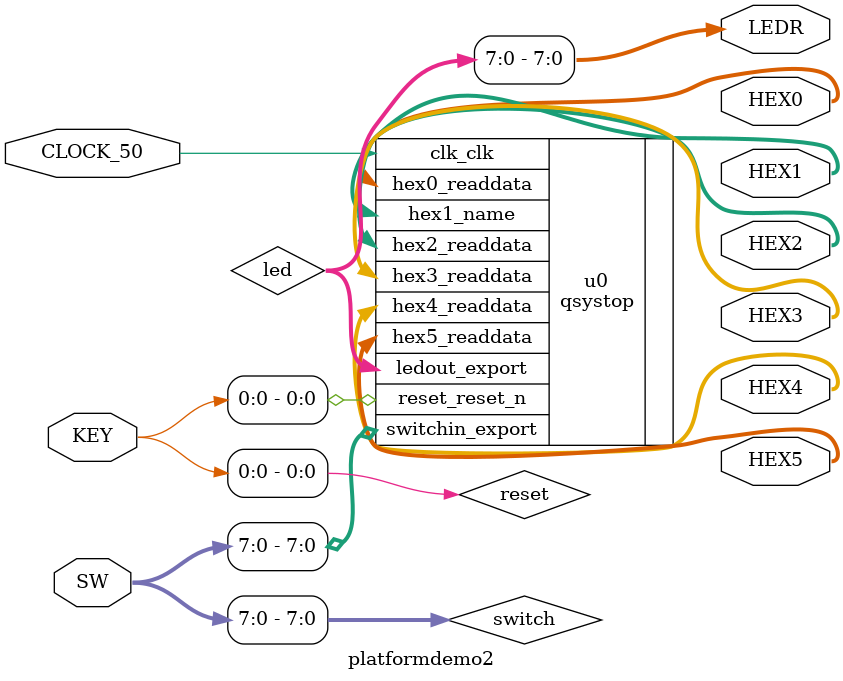
<source format=v>
module platformdemo2(
	input 		          		CLOCK_50,

	output		     [6:0]		HEX0,
	output		     [6:0]		HEX1,
	output		     [6:0]		HEX2,
	output		     [6:0]		HEX3,
	output		     [6:0]		HEX4,
	output		     [6:0]		HEX5,

	input 		     [3:0]		KEY,
	output		     [9:0]		LEDR,
	input 		     [9:0]		SW
);


        wire [7:0] led, switch;
        wire reset;

		  qsystop u0 (
                .clk_clk         (CLOCK_50),
                .ledout_export   (led),
                .reset_reset_n   (reset),
                .switchin_export (switch),
                .hex0_readdata   (HEX0),
                .hex1_name       (HEX1),
                .hex2_readdata   (HEX2),
                .hex3_readdata   (HEX3),
                .hex4_readdata   (HEX4),
                .hex5_readdata   (HEX5) 
        );


        assign LEDR[7:0] = led;
        assign switch    = SW[7:0];
        assign reset     = KEY[0];

        // quartus_sh --flow compile platformdemo2
        // quartus_pgm -m jtag -o "p;platformdemo2.sof@2"


endmodule

</source>
